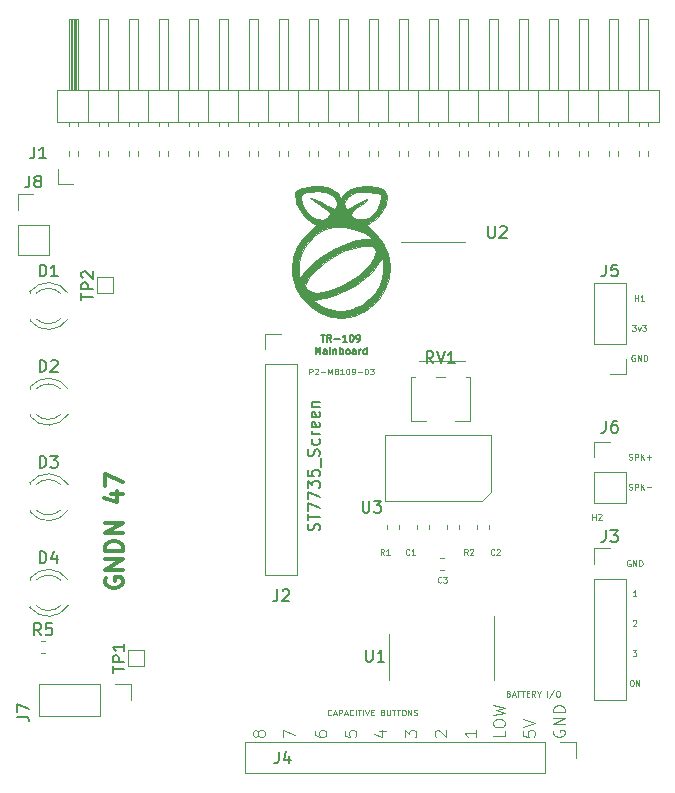
<source format=gbr>
G04 #@! TF.GenerationSoftware,KiCad,Pcbnew,(5.1.10-1-10_14)*
G04 #@! TF.CreationDate,2021-06-08T23:18:15-04:00*
G04 #@! TF.ProjectId,tr109-mainboard,74723130-392d-46d6-9169-6e626f617264,1*
G04 #@! TF.SameCoordinates,Original*
G04 #@! TF.FileFunction,Legend,Top*
G04 #@! TF.FilePolarity,Positive*
%FSLAX46Y46*%
G04 Gerber Fmt 4.6, Leading zero omitted, Abs format (unit mm)*
G04 Created by KiCad (PCBNEW (5.1.10-1-10_14)) date 2021-06-08 23:18:15*
%MOMM*%
%LPD*%
G01*
G04 APERTURE LIST*
%ADD10C,0.125000*%
%ADD11C,0.150000*%
%ADD12C,0.300000*%
%ADD13C,0.010000*%
%ADD14C,0.120000*%
G04 APERTURE END LIST*
D10*
X139390114Y-95990590D02*
X139390114Y-95490590D01*
X139580590Y-95490590D01*
X139628209Y-95514400D01*
X139652019Y-95538209D01*
X139675828Y-95585828D01*
X139675828Y-95657257D01*
X139652019Y-95704876D01*
X139628209Y-95728685D01*
X139580590Y-95752495D01*
X139390114Y-95752495D01*
X139866305Y-95538209D02*
X139890114Y-95514400D01*
X139937733Y-95490590D01*
X140056781Y-95490590D01*
X140104400Y-95514400D01*
X140128209Y-95538209D01*
X140152019Y-95585828D01*
X140152019Y-95633447D01*
X140128209Y-95704876D01*
X139842495Y-95990590D01*
X140152019Y-95990590D01*
X140366305Y-95800114D02*
X140747257Y-95800114D01*
X140985352Y-95990590D02*
X140985352Y-95490590D01*
X141152019Y-95847733D01*
X141318686Y-95490590D01*
X141318686Y-95990590D01*
X141723447Y-95728685D02*
X141794876Y-95752495D01*
X141818686Y-95776304D01*
X141842495Y-95823923D01*
X141842495Y-95895352D01*
X141818686Y-95942971D01*
X141794876Y-95966780D01*
X141747257Y-95990590D01*
X141556781Y-95990590D01*
X141556781Y-95490590D01*
X141723447Y-95490590D01*
X141771067Y-95514400D01*
X141794876Y-95538209D01*
X141818686Y-95585828D01*
X141818686Y-95633447D01*
X141794876Y-95681066D01*
X141771067Y-95704876D01*
X141723447Y-95728685D01*
X141556781Y-95728685D01*
X142318686Y-95990590D02*
X142032971Y-95990590D01*
X142175828Y-95990590D02*
X142175828Y-95490590D01*
X142128209Y-95562019D01*
X142080590Y-95609638D01*
X142032971Y-95633447D01*
X142628209Y-95490590D02*
X142675828Y-95490590D01*
X142723447Y-95514400D01*
X142747257Y-95538209D01*
X142771067Y-95585828D01*
X142794876Y-95681066D01*
X142794876Y-95800114D01*
X142771067Y-95895352D01*
X142747257Y-95942971D01*
X142723447Y-95966780D01*
X142675828Y-95990590D01*
X142628209Y-95990590D01*
X142580590Y-95966780D01*
X142556781Y-95942971D01*
X142532971Y-95895352D01*
X142509162Y-95800114D01*
X142509162Y-95681066D01*
X142532971Y-95585828D01*
X142556781Y-95538209D01*
X142580590Y-95514400D01*
X142628209Y-95490590D01*
X143032971Y-95990590D02*
X143128209Y-95990590D01*
X143175828Y-95966780D01*
X143199638Y-95942971D01*
X143247257Y-95871542D01*
X143271067Y-95776304D01*
X143271067Y-95585828D01*
X143247257Y-95538209D01*
X143223447Y-95514400D01*
X143175828Y-95490590D01*
X143080590Y-95490590D01*
X143032971Y-95514400D01*
X143009162Y-95538209D01*
X142985352Y-95585828D01*
X142985352Y-95704876D01*
X143009162Y-95752495D01*
X143032971Y-95776304D01*
X143080590Y-95800114D01*
X143175828Y-95800114D01*
X143223447Y-95776304D01*
X143247257Y-95752495D01*
X143271067Y-95704876D01*
X143485352Y-95800114D02*
X143866305Y-95800114D01*
X144199638Y-95490590D02*
X144247257Y-95490590D01*
X144294876Y-95514400D01*
X144318686Y-95538209D01*
X144342495Y-95585828D01*
X144366305Y-95681066D01*
X144366305Y-95800114D01*
X144342495Y-95895352D01*
X144318686Y-95942971D01*
X144294876Y-95966780D01*
X144247257Y-95990590D01*
X144199638Y-95990590D01*
X144152019Y-95966780D01*
X144128209Y-95942971D01*
X144104400Y-95895352D01*
X144080590Y-95800114D01*
X144080590Y-95681066D01*
X144104400Y-95585828D01*
X144128209Y-95538209D01*
X144152019Y-95514400D01*
X144199638Y-95490590D01*
X144532971Y-95490590D02*
X144842495Y-95490590D01*
X144675828Y-95681066D01*
X144747257Y-95681066D01*
X144794876Y-95704876D01*
X144818686Y-95728685D01*
X144842495Y-95776304D01*
X144842495Y-95895352D01*
X144818686Y-95942971D01*
X144794876Y-95966780D01*
X144747257Y-95990590D01*
X144604400Y-95990590D01*
X144556781Y-95966780D01*
X144532971Y-95942971D01*
X135070302Y-126482257D02*
X135022683Y-126577495D01*
X134975064Y-126625114D01*
X134879826Y-126672733D01*
X134832207Y-126672733D01*
X134736969Y-126625114D01*
X134689350Y-126577495D01*
X134641730Y-126482257D01*
X134641730Y-126291780D01*
X134689350Y-126196542D01*
X134736969Y-126148923D01*
X134832207Y-126101304D01*
X134879826Y-126101304D01*
X134975064Y-126148923D01*
X135022683Y-126196542D01*
X135070302Y-126291780D01*
X135070302Y-126482257D01*
X135117921Y-126577495D01*
X135165540Y-126625114D01*
X135260778Y-126672733D01*
X135451254Y-126672733D01*
X135546492Y-126625114D01*
X135594111Y-126577495D01*
X135641730Y-126482257D01*
X135641730Y-126291780D01*
X135594111Y-126196542D01*
X135546492Y-126148923D01*
X135451254Y-126101304D01*
X135260778Y-126101304D01*
X135165540Y-126148923D01*
X135117921Y-126196542D01*
X135070302Y-126291780D01*
X137181730Y-126720352D02*
X137181730Y-126053685D01*
X138181730Y-126482257D01*
X160089350Y-126101304D02*
X160041730Y-126196542D01*
X160041730Y-126339400D01*
X160089350Y-126482257D01*
X160184588Y-126577495D01*
X160279826Y-126625114D01*
X160470302Y-126672733D01*
X160613159Y-126672733D01*
X160803635Y-126625114D01*
X160898873Y-126577495D01*
X160994111Y-126482257D01*
X161041730Y-126339400D01*
X161041730Y-126244161D01*
X160994111Y-126101304D01*
X160946492Y-126053685D01*
X160613159Y-126053685D01*
X160613159Y-126244161D01*
X161041730Y-125625114D02*
X160041730Y-125625114D01*
X161041730Y-125053685D01*
X160041730Y-125053685D01*
X161041730Y-124577495D02*
X160041730Y-124577495D01*
X160041730Y-124339400D01*
X160089350Y-124196542D01*
X160184588Y-124101304D01*
X160279826Y-124053685D01*
X160470302Y-124006066D01*
X160613159Y-124006066D01*
X160803635Y-124053685D01*
X160898873Y-124101304D01*
X160994111Y-124196542D01*
X161041730Y-124339400D01*
X161041730Y-124577495D01*
D11*
X140385650Y-92610828D02*
X140728507Y-92610828D01*
X140557078Y-93210828D02*
X140557078Y-92610828D01*
X141271364Y-93210828D02*
X141071364Y-92925114D01*
X140928507Y-93210828D02*
X140928507Y-92610828D01*
X141157078Y-92610828D01*
X141214221Y-92639400D01*
X141242792Y-92667971D01*
X141271364Y-92725114D01*
X141271364Y-92810828D01*
X141242792Y-92867971D01*
X141214221Y-92896542D01*
X141157078Y-92925114D01*
X140928507Y-92925114D01*
X141528507Y-92982257D02*
X141985650Y-92982257D01*
X142585650Y-93210828D02*
X142242792Y-93210828D01*
X142414221Y-93210828D02*
X142414221Y-92610828D01*
X142357078Y-92696542D01*
X142299935Y-92753685D01*
X142242792Y-92782257D01*
X142957078Y-92610828D02*
X143014221Y-92610828D01*
X143071364Y-92639400D01*
X143099935Y-92667971D01*
X143128507Y-92725114D01*
X143157078Y-92839400D01*
X143157078Y-92982257D01*
X143128507Y-93096542D01*
X143099935Y-93153685D01*
X143071364Y-93182257D01*
X143014221Y-93210828D01*
X142957078Y-93210828D01*
X142899935Y-93182257D01*
X142871364Y-93153685D01*
X142842792Y-93096542D01*
X142814221Y-92982257D01*
X142814221Y-92839400D01*
X142842792Y-92725114D01*
X142871364Y-92667971D01*
X142899935Y-92639400D01*
X142957078Y-92610828D01*
X143442792Y-93210828D02*
X143557078Y-93210828D01*
X143614221Y-93182257D01*
X143642792Y-93153685D01*
X143699935Y-93067971D01*
X143728507Y-92953685D01*
X143728507Y-92725114D01*
X143699935Y-92667971D01*
X143671364Y-92639400D01*
X143614221Y-92610828D01*
X143499935Y-92610828D01*
X143442792Y-92639400D01*
X143414221Y-92667971D01*
X143385650Y-92725114D01*
X143385650Y-92867971D01*
X143414221Y-92925114D01*
X143442792Y-92953685D01*
X143499935Y-92982257D01*
X143614221Y-92982257D01*
X143671364Y-92953685D01*
X143699935Y-92925114D01*
X143728507Y-92867971D01*
X139928507Y-94260828D02*
X139928507Y-93660828D01*
X140128507Y-94089400D01*
X140328507Y-93660828D01*
X140328507Y-94260828D01*
X140871364Y-94260828D02*
X140871364Y-93946542D01*
X140842792Y-93889400D01*
X140785650Y-93860828D01*
X140671364Y-93860828D01*
X140614221Y-93889400D01*
X140871364Y-94232257D02*
X140814221Y-94260828D01*
X140671364Y-94260828D01*
X140614221Y-94232257D01*
X140585650Y-94175114D01*
X140585650Y-94117971D01*
X140614221Y-94060828D01*
X140671364Y-94032257D01*
X140814221Y-94032257D01*
X140871364Y-94003685D01*
X141157078Y-94260828D02*
X141157078Y-93860828D01*
X141157078Y-93660828D02*
X141128507Y-93689400D01*
X141157078Y-93717971D01*
X141185650Y-93689400D01*
X141157078Y-93660828D01*
X141157078Y-93717971D01*
X141442792Y-93860828D02*
X141442792Y-94260828D01*
X141442792Y-93917971D02*
X141471364Y-93889400D01*
X141528507Y-93860828D01*
X141614221Y-93860828D01*
X141671364Y-93889400D01*
X141699935Y-93946542D01*
X141699935Y-94260828D01*
X141985650Y-94260828D02*
X141985650Y-93660828D01*
X141985650Y-93889400D02*
X142042792Y-93860828D01*
X142157078Y-93860828D01*
X142214221Y-93889400D01*
X142242792Y-93917971D01*
X142271364Y-93975114D01*
X142271364Y-94146542D01*
X142242792Y-94203685D01*
X142214221Y-94232257D01*
X142157078Y-94260828D01*
X142042792Y-94260828D01*
X141985650Y-94232257D01*
X142614221Y-94260828D02*
X142557078Y-94232257D01*
X142528507Y-94203685D01*
X142499935Y-94146542D01*
X142499935Y-93975114D01*
X142528507Y-93917971D01*
X142557078Y-93889400D01*
X142614221Y-93860828D01*
X142699935Y-93860828D01*
X142757078Y-93889400D01*
X142785650Y-93917971D01*
X142814221Y-93975114D01*
X142814221Y-94146542D01*
X142785650Y-94203685D01*
X142757078Y-94232257D01*
X142699935Y-94260828D01*
X142614221Y-94260828D01*
X143328507Y-94260828D02*
X143328507Y-93946542D01*
X143299935Y-93889400D01*
X143242792Y-93860828D01*
X143128507Y-93860828D01*
X143071364Y-93889400D01*
X143328507Y-94232257D02*
X143271364Y-94260828D01*
X143128507Y-94260828D01*
X143071364Y-94232257D01*
X143042792Y-94175114D01*
X143042792Y-94117971D01*
X143071364Y-94060828D01*
X143128507Y-94032257D01*
X143271364Y-94032257D01*
X143328507Y-94003685D01*
X143614221Y-94260828D02*
X143614221Y-93860828D01*
X143614221Y-93975114D02*
X143642792Y-93917971D01*
X143671364Y-93889400D01*
X143728507Y-93860828D01*
X143785650Y-93860828D01*
X144242792Y-94260828D02*
X144242792Y-93660828D01*
X144242792Y-94232257D02*
X144185650Y-94260828D01*
X144071364Y-94260828D01*
X144014221Y-94232257D01*
X143985650Y-94203685D01*
X143957078Y-94146542D01*
X143957078Y-93975114D01*
X143985650Y-93917971D01*
X144014221Y-93889400D01*
X144071364Y-93860828D01*
X144185650Y-93860828D01*
X144242792Y-93889400D01*
D10*
X156267266Y-123003685D02*
X156338695Y-123027495D01*
X156362504Y-123051304D01*
X156386314Y-123098923D01*
X156386314Y-123170352D01*
X156362504Y-123217971D01*
X156338695Y-123241780D01*
X156291076Y-123265590D01*
X156100600Y-123265590D01*
X156100600Y-122765590D01*
X156267266Y-122765590D01*
X156314885Y-122789400D01*
X156338695Y-122813209D01*
X156362504Y-122860828D01*
X156362504Y-122908447D01*
X156338695Y-122956066D01*
X156314885Y-122979876D01*
X156267266Y-123003685D01*
X156100600Y-123003685D01*
X156576790Y-123122733D02*
X156814885Y-123122733D01*
X156529171Y-123265590D02*
X156695838Y-122765590D01*
X156862504Y-123265590D01*
X156957742Y-122765590D02*
X157243457Y-122765590D01*
X157100600Y-123265590D02*
X157100600Y-122765590D01*
X157338695Y-122765590D02*
X157624409Y-122765590D01*
X157481552Y-123265590D02*
X157481552Y-122765590D01*
X157791076Y-123003685D02*
X157957742Y-123003685D01*
X158029171Y-123265590D02*
X157791076Y-123265590D01*
X157791076Y-122765590D01*
X158029171Y-122765590D01*
X158529171Y-123265590D02*
X158362504Y-123027495D01*
X158243457Y-123265590D02*
X158243457Y-122765590D01*
X158433933Y-122765590D01*
X158481552Y-122789400D01*
X158505361Y-122813209D01*
X158529171Y-122860828D01*
X158529171Y-122932257D01*
X158505361Y-122979876D01*
X158481552Y-123003685D01*
X158433933Y-123027495D01*
X158243457Y-123027495D01*
X158838695Y-123027495D02*
X158838695Y-123265590D01*
X158672028Y-122765590D02*
X158838695Y-123027495D01*
X159005361Y-122765590D01*
X159552980Y-123265590D02*
X159552980Y-122765590D01*
X160148219Y-122741780D02*
X159719647Y-123384638D01*
X160410123Y-122765590D02*
X160505361Y-122765590D01*
X160552980Y-122789400D01*
X160600600Y-122837019D01*
X160624409Y-122932257D01*
X160624409Y-123098923D01*
X160600600Y-123194161D01*
X160552980Y-123241780D01*
X160505361Y-123265590D01*
X160410123Y-123265590D01*
X160362504Y-123241780D01*
X160314885Y-123194161D01*
X160291076Y-123098923D01*
X160291076Y-122932257D01*
X160314885Y-122837019D01*
X160362504Y-122789400D01*
X160410123Y-122765590D01*
X141262504Y-124817971D02*
X141238695Y-124841780D01*
X141167266Y-124865590D01*
X141119647Y-124865590D01*
X141048219Y-124841780D01*
X141000600Y-124794161D01*
X140976790Y-124746542D01*
X140952980Y-124651304D01*
X140952980Y-124579876D01*
X140976790Y-124484638D01*
X141000600Y-124437019D01*
X141048219Y-124389400D01*
X141119647Y-124365590D01*
X141167266Y-124365590D01*
X141238695Y-124389400D01*
X141262504Y-124413209D01*
X141452980Y-124722733D02*
X141691076Y-124722733D01*
X141405361Y-124865590D02*
X141572028Y-124365590D01*
X141738695Y-124865590D01*
X141905361Y-124865590D02*
X141905361Y-124365590D01*
X142095838Y-124365590D01*
X142143457Y-124389400D01*
X142167266Y-124413209D01*
X142191076Y-124460828D01*
X142191076Y-124532257D01*
X142167266Y-124579876D01*
X142143457Y-124603685D01*
X142095838Y-124627495D01*
X141905361Y-124627495D01*
X142381552Y-124722733D02*
X142619647Y-124722733D01*
X142333933Y-124865590D02*
X142500600Y-124365590D01*
X142667266Y-124865590D01*
X143119647Y-124817971D02*
X143095838Y-124841780D01*
X143024409Y-124865590D01*
X142976790Y-124865590D01*
X142905361Y-124841780D01*
X142857742Y-124794161D01*
X142833933Y-124746542D01*
X142810123Y-124651304D01*
X142810123Y-124579876D01*
X142833933Y-124484638D01*
X142857742Y-124437019D01*
X142905361Y-124389400D01*
X142976790Y-124365590D01*
X143024409Y-124365590D01*
X143095838Y-124389400D01*
X143119647Y-124413209D01*
X143333933Y-124865590D02*
X143333933Y-124365590D01*
X143500600Y-124365590D02*
X143786314Y-124365590D01*
X143643457Y-124865590D02*
X143643457Y-124365590D01*
X143952980Y-124865590D02*
X143952980Y-124365590D01*
X144119647Y-124365590D02*
X144286314Y-124865590D01*
X144452980Y-124365590D01*
X144619647Y-124603685D02*
X144786314Y-124603685D01*
X144857742Y-124865590D02*
X144619647Y-124865590D01*
X144619647Y-124365590D01*
X144857742Y-124365590D01*
X145619647Y-124603685D02*
X145691076Y-124627495D01*
X145714885Y-124651304D01*
X145738695Y-124698923D01*
X145738695Y-124770352D01*
X145714885Y-124817971D01*
X145691076Y-124841780D01*
X145643457Y-124865590D01*
X145452980Y-124865590D01*
X145452980Y-124365590D01*
X145619647Y-124365590D01*
X145667266Y-124389400D01*
X145691076Y-124413209D01*
X145714885Y-124460828D01*
X145714885Y-124508447D01*
X145691076Y-124556066D01*
X145667266Y-124579876D01*
X145619647Y-124603685D01*
X145452980Y-124603685D01*
X145952980Y-124365590D02*
X145952980Y-124770352D01*
X145976790Y-124817971D01*
X146000600Y-124841780D01*
X146048219Y-124865590D01*
X146143457Y-124865590D01*
X146191076Y-124841780D01*
X146214885Y-124817971D01*
X146238695Y-124770352D01*
X146238695Y-124365590D01*
X146405361Y-124365590D02*
X146691076Y-124365590D01*
X146548219Y-124865590D02*
X146548219Y-124365590D01*
X146786314Y-124365590D02*
X147072028Y-124365590D01*
X146929171Y-124865590D02*
X146929171Y-124365590D01*
X147333933Y-124365590D02*
X147429171Y-124365590D01*
X147476790Y-124389400D01*
X147524409Y-124437019D01*
X147548219Y-124532257D01*
X147548219Y-124698923D01*
X147524409Y-124794161D01*
X147476790Y-124841780D01*
X147429171Y-124865590D01*
X147333933Y-124865590D01*
X147286314Y-124841780D01*
X147238695Y-124794161D01*
X147214885Y-124698923D01*
X147214885Y-124532257D01*
X147238695Y-124437019D01*
X147286314Y-124389400D01*
X147333933Y-124365590D01*
X147762504Y-124865590D02*
X147762504Y-124365590D01*
X148048219Y-124865590D01*
X148048219Y-124365590D01*
X148262504Y-124841780D02*
X148333933Y-124865590D01*
X148452980Y-124865590D01*
X148500600Y-124841780D01*
X148524409Y-124817971D01*
X148548219Y-124770352D01*
X148548219Y-124722733D01*
X148524409Y-124675114D01*
X148500600Y-124651304D01*
X148452980Y-124627495D01*
X148357742Y-124603685D01*
X148310123Y-124579876D01*
X148286314Y-124556066D01*
X148262504Y-124508447D01*
X148262504Y-124460828D01*
X148286314Y-124413209D01*
X148310123Y-124389400D01*
X148357742Y-124365590D01*
X148476790Y-124365590D01*
X148548219Y-124389400D01*
X166736612Y-91805740D02*
X167046136Y-91805740D01*
X166879469Y-91996216D01*
X166950897Y-91996216D01*
X166998517Y-92020026D01*
X167022326Y-92043835D01*
X167046136Y-92091454D01*
X167046136Y-92210502D01*
X167022326Y-92258121D01*
X166998517Y-92281930D01*
X166950897Y-92305740D01*
X166808040Y-92305740D01*
X166760421Y-92281930D01*
X166736612Y-92258121D01*
X167212802Y-91972407D02*
X167331850Y-92305740D01*
X167450897Y-91972407D01*
X167593755Y-91805740D02*
X167903278Y-91805740D01*
X167736612Y-91996216D01*
X167808040Y-91996216D01*
X167855659Y-92020026D01*
X167879469Y-92043835D01*
X167903278Y-92091454D01*
X167903278Y-92210502D01*
X167879469Y-92258121D01*
X167855659Y-92281930D01*
X167808040Y-92305740D01*
X167665183Y-92305740D01*
X167617564Y-92281930D01*
X167593755Y-92258121D01*
X166950897Y-89765740D02*
X166950897Y-89265740D01*
X166950897Y-89503835D02*
X167236611Y-89503835D01*
X167236611Y-89765740D02*
X167236611Y-89265740D01*
X167736611Y-89765740D02*
X167450897Y-89765740D01*
X167593754Y-89765740D02*
X167593754Y-89265740D01*
X167546135Y-89337169D01*
X167498516Y-89384788D01*
X167450897Y-89408597D01*
X166950897Y-94369550D02*
X166903278Y-94345740D01*
X166831850Y-94345740D01*
X166760421Y-94369550D01*
X166712802Y-94417169D01*
X166688993Y-94464788D01*
X166665183Y-94560026D01*
X166665183Y-94631454D01*
X166688993Y-94726692D01*
X166712802Y-94774311D01*
X166760421Y-94821930D01*
X166831850Y-94845740D01*
X166879469Y-94845740D01*
X166950897Y-94821930D01*
X166974707Y-94798121D01*
X166974707Y-94631454D01*
X166879469Y-94631454D01*
X167188993Y-94845740D02*
X167188993Y-94345740D01*
X167474707Y-94845740D01*
X167474707Y-94345740D01*
X167712802Y-94845740D02*
X167712802Y-94345740D01*
X167831850Y-94345740D01*
X167903278Y-94369550D01*
X167950897Y-94417169D01*
X167974707Y-94464788D01*
X167998516Y-94560026D01*
X167998516Y-94631454D01*
X167974707Y-94726692D01*
X167950897Y-94774311D01*
X167903278Y-94821930D01*
X167831850Y-94845740D01*
X167712802Y-94845740D01*
X166456750Y-103178530D02*
X166528178Y-103202340D01*
X166647226Y-103202340D01*
X166694845Y-103178530D01*
X166718654Y-103154721D01*
X166742464Y-103107102D01*
X166742464Y-103059483D01*
X166718654Y-103011864D01*
X166694845Y-102988054D01*
X166647226Y-102964245D01*
X166551988Y-102940435D01*
X166504369Y-102916626D01*
X166480559Y-102892816D01*
X166456750Y-102845197D01*
X166456750Y-102797578D01*
X166480559Y-102749959D01*
X166504369Y-102726150D01*
X166551988Y-102702340D01*
X166671035Y-102702340D01*
X166742464Y-102726150D01*
X166956750Y-103202340D02*
X166956750Y-102702340D01*
X167147226Y-102702340D01*
X167194845Y-102726150D01*
X167218654Y-102749959D01*
X167242464Y-102797578D01*
X167242464Y-102869007D01*
X167218654Y-102916626D01*
X167194845Y-102940435D01*
X167147226Y-102964245D01*
X166956750Y-102964245D01*
X167456750Y-103202340D02*
X167456750Y-102702340D01*
X167742464Y-103202340D02*
X167528178Y-102916626D01*
X167742464Y-102702340D02*
X167456750Y-102988054D01*
X167956750Y-103011864D02*
X168337702Y-103011864D01*
X168147226Y-103202340D02*
X168147226Y-102821388D01*
X163375797Y-108282340D02*
X163375797Y-107782340D01*
X163375797Y-108020435D02*
X163661511Y-108020435D01*
X163661511Y-108282340D02*
X163661511Y-107782340D01*
X163875797Y-107829959D02*
X163899607Y-107806150D01*
X163947226Y-107782340D01*
X164066273Y-107782340D01*
X164113892Y-107806150D01*
X164137702Y-107829959D01*
X164161511Y-107877578D01*
X164161511Y-107925197D01*
X164137702Y-107996626D01*
X163851988Y-108282340D01*
X164161511Y-108282340D01*
X166456750Y-105718530D02*
X166528178Y-105742340D01*
X166647226Y-105742340D01*
X166694845Y-105718530D01*
X166718654Y-105694721D01*
X166742464Y-105647102D01*
X166742464Y-105599483D01*
X166718654Y-105551864D01*
X166694845Y-105528054D01*
X166647226Y-105504245D01*
X166551988Y-105480435D01*
X166504369Y-105456626D01*
X166480559Y-105432816D01*
X166456750Y-105385197D01*
X166456750Y-105337578D01*
X166480559Y-105289959D01*
X166504369Y-105266150D01*
X166551988Y-105242340D01*
X166671035Y-105242340D01*
X166742464Y-105266150D01*
X166956750Y-105742340D02*
X166956750Y-105242340D01*
X167147226Y-105242340D01*
X167194845Y-105266150D01*
X167218654Y-105289959D01*
X167242464Y-105337578D01*
X167242464Y-105409007D01*
X167218654Y-105456626D01*
X167194845Y-105480435D01*
X167147226Y-105504245D01*
X166956750Y-105504245D01*
X167456750Y-105742340D02*
X167456750Y-105242340D01*
X167742464Y-105742340D02*
X167528178Y-105456626D01*
X167742464Y-105242340D02*
X167456750Y-105528054D01*
X167956750Y-105551864D02*
X168337702Y-105551864D01*
X166569647Y-111743150D02*
X166522028Y-111719340D01*
X166450600Y-111719340D01*
X166379171Y-111743150D01*
X166331552Y-111790769D01*
X166307742Y-111838388D01*
X166283933Y-111933626D01*
X166283933Y-112005054D01*
X166307742Y-112100292D01*
X166331552Y-112147911D01*
X166379171Y-112195530D01*
X166450600Y-112219340D01*
X166498219Y-112219340D01*
X166569647Y-112195530D01*
X166593457Y-112171721D01*
X166593457Y-112005054D01*
X166498219Y-112005054D01*
X166807742Y-112219340D02*
X166807742Y-111719340D01*
X167093457Y-112219340D01*
X167093457Y-111719340D01*
X167331552Y-112219340D02*
X167331552Y-111719340D01*
X167450600Y-111719340D01*
X167522028Y-111743150D01*
X167569647Y-111790769D01*
X167593457Y-111838388D01*
X167617266Y-111933626D01*
X167617266Y-112005054D01*
X167593457Y-112100292D01*
X167569647Y-112147911D01*
X167522028Y-112195530D01*
X167450600Y-112219340D01*
X167331552Y-112219340D01*
X166783933Y-119339340D02*
X167093457Y-119339340D01*
X166926790Y-119529816D01*
X166998219Y-119529816D01*
X167045838Y-119553626D01*
X167069647Y-119577435D01*
X167093457Y-119625054D01*
X167093457Y-119744102D01*
X167069647Y-119791721D01*
X167045838Y-119815530D01*
X166998219Y-119839340D01*
X166855361Y-119839340D01*
X166807742Y-119815530D01*
X166783933Y-119791721D01*
X166807742Y-116846959D02*
X166831552Y-116823150D01*
X166879171Y-116799340D01*
X166998219Y-116799340D01*
X167045838Y-116823150D01*
X167069647Y-116846959D01*
X167093457Y-116894578D01*
X167093457Y-116942197D01*
X167069647Y-117013626D01*
X166783933Y-117299340D01*
X167093457Y-117299340D01*
X167093457Y-114759340D02*
X166807742Y-114759340D01*
X166950600Y-114759340D02*
X166950600Y-114259340D01*
X166902980Y-114330769D01*
X166855361Y-114378388D01*
X166807742Y-114402197D01*
X166641076Y-121879340D02*
X166736314Y-121879340D01*
X166783933Y-121903150D01*
X166831552Y-121950769D01*
X166855361Y-122046007D01*
X166855361Y-122212673D01*
X166831552Y-122307911D01*
X166783933Y-122355530D01*
X166736314Y-122379340D01*
X166641076Y-122379340D01*
X166593457Y-122355530D01*
X166545838Y-122307911D01*
X166522028Y-122212673D01*
X166522028Y-122046007D01*
X166545838Y-121950769D01*
X166593457Y-121903150D01*
X166641076Y-121879340D01*
X167069647Y-122379340D02*
X167069647Y-121879340D01*
X167355361Y-122379340D01*
X167355361Y-121879340D01*
D12*
X122173300Y-113224771D02*
X122101871Y-113367628D01*
X122101871Y-113581914D01*
X122173300Y-113796200D01*
X122316157Y-113939057D01*
X122459014Y-114010485D01*
X122744728Y-114081914D01*
X122959014Y-114081914D01*
X123244728Y-114010485D01*
X123387585Y-113939057D01*
X123530442Y-113796200D01*
X123601871Y-113581914D01*
X123601871Y-113439057D01*
X123530442Y-113224771D01*
X123459014Y-113153342D01*
X122959014Y-113153342D01*
X122959014Y-113439057D01*
X123601871Y-112510485D02*
X122101871Y-112510485D01*
X123601871Y-111653342D01*
X122101871Y-111653342D01*
X123601871Y-110939057D02*
X122101871Y-110939057D01*
X122101871Y-110581914D01*
X122173300Y-110367628D01*
X122316157Y-110224771D01*
X122459014Y-110153342D01*
X122744728Y-110081914D01*
X122959014Y-110081914D01*
X123244728Y-110153342D01*
X123387585Y-110224771D01*
X123530442Y-110367628D01*
X123601871Y-110581914D01*
X123601871Y-110939057D01*
X123601871Y-109439057D02*
X122101871Y-109439057D01*
X123601871Y-108581914D01*
X122101871Y-108581914D01*
X122601871Y-106081914D02*
X123601871Y-106081914D01*
X122030442Y-106439057D02*
X123101871Y-106796200D01*
X123101871Y-105867628D01*
X122101871Y-105439057D02*
X122101871Y-104439057D01*
X123601871Y-105081914D01*
D10*
X139844230Y-126196542D02*
X139844230Y-126387019D01*
X139891850Y-126482257D01*
X139939469Y-126529876D01*
X140082326Y-126625114D01*
X140272802Y-126672733D01*
X140653754Y-126672733D01*
X140748992Y-126625114D01*
X140796611Y-126577495D01*
X140844230Y-126482257D01*
X140844230Y-126291780D01*
X140796611Y-126196542D01*
X140748992Y-126148923D01*
X140653754Y-126101304D01*
X140415659Y-126101304D01*
X140320421Y-126148923D01*
X140272802Y-126196542D01*
X140225183Y-126291780D01*
X140225183Y-126482257D01*
X140272802Y-126577495D01*
X140320421Y-126625114D01*
X140415659Y-126672733D01*
X142384230Y-126148923D02*
X142384230Y-126625114D01*
X142860421Y-126672733D01*
X142812802Y-126625114D01*
X142765183Y-126529876D01*
X142765183Y-126291780D01*
X142812802Y-126196542D01*
X142860421Y-126148923D01*
X142955659Y-126101304D01*
X143193754Y-126101304D01*
X143288992Y-126148923D01*
X143336611Y-126196542D01*
X143384230Y-126291780D01*
X143384230Y-126529876D01*
X143336611Y-126625114D01*
X143288992Y-126672733D01*
X145257564Y-126196542D02*
X145924230Y-126196542D01*
X144876611Y-126434638D02*
X145590897Y-126672733D01*
X145590897Y-126053685D01*
X147464230Y-126720352D02*
X147464230Y-126101304D01*
X147845183Y-126434638D01*
X147845183Y-126291780D01*
X147892802Y-126196542D01*
X147940421Y-126148923D01*
X148035659Y-126101304D01*
X148273754Y-126101304D01*
X148368992Y-126148923D01*
X148416611Y-126196542D01*
X148464230Y-126291780D01*
X148464230Y-126577495D01*
X148416611Y-126672733D01*
X148368992Y-126720352D01*
X150099469Y-126672733D02*
X150051850Y-126625114D01*
X150004230Y-126529876D01*
X150004230Y-126291780D01*
X150051850Y-126196542D01*
X150099469Y-126148923D01*
X150194707Y-126101304D01*
X150289945Y-126101304D01*
X150432802Y-126148923D01*
X151004230Y-126720352D01*
X151004230Y-126101304D01*
X153544230Y-126101304D02*
X153544230Y-126672733D01*
X153544230Y-126387019D02*
X152544230Y-126387019D01*
X152687088Y-126482257D01*
X152782326Y-126577495D01*
X152829945Y-126672733D01*
X155961730Y-126148923D02*
X155961730Y-126625113D01*
X154961730Y-126625113D01*
X154961730Y-125625113D02*
X154961730Y-125434637D01*
X155009350Y-125339399D01*
X155104588Y-125244161D01*
X155295064Y-125196542D01*
X155628397Y-125196542D01*
X155818873Y-125244161D01*
X155914111Y-125339399D01*
X155961730Y-125434637D01*
X155961730Y-125625113D01*
X155914111Y-125720351D01*
X155818873Y-125815589D01*
X155628397Y-125863209D01*
X155295064Y-125863209D01*
X155104588Y-125815589D01*
X155009350Y-125720351D01*
X154961730Y-125625113D01*
X154961730Y-124863209D02*
X155961730Y-124625113D01*
X155247445Y-124434637D01*
X155961730Y-124244161D01*
X154961730Y-124006066D01*
X157501730Y-126148923D02*
X157501730Y-126625113D01*
X157977921Y-126672732D01*
X157930302Y-126625113D01*
X157882683Y-126529875D01*
X157882683Y-126291780D01*
X157930302Y-126196542D01*
X157977921Y-126148923D01*
X158073159Y-126101304D01*
X158311254Y-126101304D01*
X158406492Y-126148923D01*
X158454111Y-126196542D01*
X158501730Y-126291780D01*
X158501730Y-126529875D01*
X158454111Y-126625113D01*
X158406492Y-126672732D01*
X157501730Y-125815589D02*
X158501730Y-125482256D01*
X157501730Y-125148923D01*
D13*
G36*
X144407089Y-80032196D02*
G01*
X145156476Y-80139599D01*
X145654829Y-80320059D01*
X145922947Y-80598331D01*
X145981624Y-80999172D01*
X145851658Y-81547336D01*
X145799835Y-81690110D01*
X145481550Y-82334758D01*
X145043943Y-82819267D01*
X144658692Y-83098042D01*
X144273849Y-83344301D01*
X144970290Y-84044403D01*
X145639624Y-84894949D01*
X146061892Y-85827373D01*
X146237004Y-86803861D01*
X146164865Y-87786596D01*
X145845383Y-88737764D01*
X145278465Y-89619550D01*
X144984743Y-89942021D01*
X144132034Y-90620031D01*
X143201728Y-91039820D01*
X142218678Y-91196902D01*
X141207738Y-91086792D01*
X140344484Y-90779490D01*
X139424578Y-90204259D01*
X138943350Y-89701855D01*
X139774739Y-89701855D01*
X139827801Y-89810211D01*
X140066984Y-89981934D01*
X140422494Y-90176797D01*
X140824538Y-90354574D01*
X141037381Y-90429608D01*
X141711065Y-90582634D01*
X142354441Y-90583501D01*
X143089433Y-90430641D01*
X143189403Y-90401945D01*
X143845228Y-90101130D01*
X144483995Y-89621824D01*
X145030994Y-89035695D01*
X145411513Y-88414409D01*
X145495074Y-88190232D01*
X145582371Y-87788188D01*
X145639050Y-87314833D01*
X145662551Y-86846997D01*
X145650313Y-86461512D01*
X145599777Y-86235206D01*
X145561198Y-86205680D01*
X145436478Y-86315429D01*
X145242434Y-86591105D01*
X145151672Y-86742692D01*
X144728883Y-87286691D01*
X144099278Y-87848064D01*
X143326328Y-88387891D01*
X142473504Y-88867251D01*
X141604276Y-89247226D01*
X140782115Y-89488896D01*
X140626227Y-89517647D01*
X140189310Y-89595954D01*
X139877743Y-89665301D01*
X139774739Y-89701855D01*
X138943350Y-89701855D01*
X138710143Y-89458387D01*
X138218143Y-88568244D01*
X138190753Y-88458939D01*
X139066232Y-88458939D01*
X139103981Y-88653829D01*
X139305031Y-88847347D01*
X139633596Y-89032347D01*
X140041615Y-89089082D01*
X140585043Y-89017128D01*
X141267309Y-88832395D01*
X142062841Y-88524538D01*
X142827167Y-88116149D01*
X143527417Y-87638117D01*
X144130723Y-87121330D01*
X144604214Y-86596676D01*
X144915022Y-86095041D01*
X145030277Y-85647315D01*
X144964663Y-85357951D01*
X144848465Y-85200756D01*
X144666549Y-85122304D01*
X144344276Y-85105668D01*
X143938675Y-85125273D01*
X143143028Y-85268162D01*
X142285082Y-85577178D01*
X141423542Y-86015144D01*
X140617113Y-86544885D01*
X139924500Y-87129224D01*
X139404407Y-87730986D01*
X139174626Y-88142201D01*
X139066232Y-88458939D01*
X138190753Y-88458939D01*
X137965540Y-87560198D01*
X137934477Y-87035927D01*
X138496415Y-87035927D01*
X138503935Y-87503560D01*
X138543078Y-87671503D01*
X138624842Y-87801352D01*
X138735283Y-87731682D01*
X138886817Y-87502858D01*
X139128337Y-87186784D01*
X139493682Y-86795707D01*
X139800807Y-86506969D01*
X140614649Y-85885289D01*
X141525984Y-85347256D01*
X142465309Y-84924176D01*
X143363116Y-84647354D01*
X144149900Y-84548095D01*
X144150044Y-84548095D01*
X144501536Y-84522158D01*
X144614566Y-84436853D01*
X144483560Y-84280942D01*
X144102942Y-84043184D01*
X143825885Y-83894574D01*
X143115716Y-83635282D01*
X142299954Y-83509481D01*
X141479118Y-83520988D01*
X140753728Y-83673621D01*
X140524480Y-83769187D01*
X139805519Y-84259037D01*
X139184333Y-84934722D01*
X138876625Y-85428482D01*
X138697958Y-85896187D01*
X138566156Y-86466069D01*
X138496415Y-87035927D01*
X137934477Y-87035927D01*
X137934296Y-87032878D01*
X138025681Y-86073599D01*
X138319109Y-85242695D01*
X138843488Y-84472116D01*
X139173387Y-84115992D01*
X139949785Y-83338780D01*
X139500365Y-83096751D01*
X138996872Y-82692153D01*
X138578452Y-82109006D01*
X138305730Y-81443764D01*
X138241244Y-81093544D01*
X138230055Y-80887591D01*
X138676969Y-80887591D01*
X138700356Y-81135727D01*
X138893839Y-81732727D01*
X139220190Y-82237462D01*
X139632856Y-82619739D01*
X140085284Y-82849363D01*
X140530919Y-82896140D01*
X140923209Y-82729877D01*
X141018672Y-82639356D01*
X141160344Y-82445179D01*
X141119297Y-82287730D01*
X140936535Y-82104860D01*
X140630549Y-81857525D01*
X140219394Y-81561693D01*
X140039459Y-81441451D01*
X139705504Y-81216691D01*
X139493010Y-81058666D01*
X139452774Y-81016686D01*
X139560766Y-81023098D01*
X139835785Y-81130381D01*
X140204392Y-81303759D01*
X140593151Y-81508451D01*
X140928624Y-81709679D01*
X140958904Y-81729963D01*
X141282621Y-81928576D01*
X141479327Y-81970083D01*
X141636195Y-81871592D01*
X141643532Y-81864325D01*
X141764425Y-81673283D01*
X141738576Y-81470036D01*
X142353801Y-81470036D01*
X142401885Y-81814031D01*
X142559864Y-81949743D01*
X142859842Y-81884191D01*
X143261888Y-81668557D01*
X143748471Y-81391737D01*
X144097048Y-81226010D01*
X144284373Y-81173103D01*
X144287201Y-81234742D01*
X144082288Y-81412654D01*
X143766632Y-81631066D01*
X143349033Y-81929742D01*
X143042640Y-82197598D01*
X142906088Y-82382474D01*
X142903861Y-82398552D01*
X143021693Y-82645570D01*
X143324630Y-82797181D01*
X143736834Y-82848154D01*
X144182466Y-82793264D01*
X144585689Y-82627280D01*
X144723273Y-82523978D01*
X145095938Y-82068337D01*
X145366941Y-81516258D01*
X145466120Y-81069077D01*
X145432755Y-80792551D01*
X145239867Y-80647082D01*
X145058066Y-80595040D01*
X144397907Y-80516921D01*
X143578218Y-80541854D01*
X143339941Y-80566728D01*
X142981002Y-80700735D01*
X142638644Y-80966042D01*
X142404518Y-81278694D01*
X142353801Y-81470036D01*
X141738576Y-81470036D01*
X141732143Y-81419457D01*
X141669337Y-81254045D01*
X141466919Y-80914243D01*
X141158920Y-80692077D01*
X140687482Y-80560034D01*
X140073969Y-80495405D01*
X139582477Y-80506995D01*
X139117115Y-80582250D01*
X139075157Y-80594036D01*
X138774353Y-80714671D01*
X138676969Y-80887591D01*
X138230055Y-80887591D01*
X138219730Y-80697556D01*
X138279463Y-80478480D01*
X138458018Y-80340619D01*
X138555161Y-80294015D01*
X138905325Y-80183210D01*
X139396822Y-80084179D01*
X139719170Y-80040913D01*
X140332928Y-80042802D01*
X140928984Y-80156976D01*
X141437022Y-80358328D01*
X141786724Y-80621745D01*
X141896954Y-80818608D01*
X142020869Y-81063030D01*
X142169211Y-81039638D01*
X142287050Y-80807104D01*
X142513869Y-80505632D01*
X142944297Y-80256797D01*
X143507140Y-80086621D01*
X144131208Y-80021125D01*
X144407089Y-80032196D01*
G37*
X144407089Y-80032196D02*
X145156476Y-80139599D01*
X145654829Y-80320059D01*
X145922947Y-80598331D01*
X145981624Y-80999172D01*
X145851658Y-81547336D01*
X145799835Y-81690110D01*
X145481550Y-82334758D01*
X145043943Y-82819267D01*
X144658692Y-83098042D01*
X144273849Y-83344301D01*
X144970290Y-84044403D01*
X145639624Y-84894949D01*
X146061892Y-85827373D01*
X146237004Y-86803861D01*
X146164865Y-87786596D01*
X145845383Y-88737764D01*
X145278465Y-89619550D01*
X144984743Y-89942021D01*
X144132034Y-90620031D01*
X143201728Y-91039820D01*
X142218678Y-91196902D01*
X141207738Y-91086792D01*
X140344484Y-90779490D01*
X139424578Y-90204259D01*
X138943350Y-89701855D01*
X139774739Y-89701855D01*
X139827801Y-89810211D01*
X140066984Y-89981934D01*
X140422494Y-90176797D01*
X140824538Y-90354574D01*
X141037381Y-90429608D01*
X141711065Y-90582634D01*
X142354441Y-90583501D01*
X143089433Y-90430641D01*
X143189403Y-90401945D01*
X143845228Y-90101130D01*
X144483995Y-89621824D01*
X145030994Y-89035695D01*
X145411513Y-88414409D01*
X145495074Y-88190232D01*
X145582371Y-87788188D01*
X145639050Y-87314833D01*
X145662551Y-86846997D01*
X145650313Y-86461512D01*
X145599777Y-86235206D01*
X145561198Y-86205680D01*
X145436478Y-86315429D01*
X145242434Y-86591105D01*
X145151672Y-86742692D01*
X144728883Y-87286691D01*
X144099278Y-87848064D01*
X143326328Y-88387891D01*
X142473504Y-88867251D01*
X141604276Y-89247226D01*
X140782115Y-89488896D01*
X140626227Y-89517647D01*
X140189310Y-89595954D01*
X139877743Y-89665301D01*
X139774739Y-89701855D01*
X138943350Y-89701855D01*
X138710143Y-89458387D01*
X138218143Y-88568244D01*
X138190753Y-88458939D01*
X139066232Y-88458939D01*
X139103981Y-88653829D01*
X139305031Y-88847347D01*
X139633596Y-89032347D01*
X140041615Y-89089082D01*
X140585043Y-89017128D01*
X141267309Y-88832395D01*
X142062841Y-88524538D01*
X142827167Y-88116149D01*
X143527417Y-87638117D01*
X144130723Y-87121330D01*
X144604214Y-86596676D01*
X144915022Y-86095041D01*
X145030277Y-85647315D01*
X144964663Y-85357951D01*
X144848465Y-85200756D01*
X144666549Y-85122304D01*
X144344276Y-85105668D01*
X143938675Y-85125273D01*
X143143028Y-85268162D01*
X142285082Y-85577178D01*
X141423542Y-86015144D01*
X140617113Y-86544885D01*
X139924500Y-87129224D01*
X139404407Y-87730986D01*
X139174626Y-88142201D01*
X139066232Y-88458939D01*
X138190753Y-88458939D01*
X137965540Y-87560198D01*
X137934477Y-87035927D01*
X138496415Y-87035927D01*
X138503935Y-87503560D01*
X138543078Y-87671503D01*
X138624842Y-87801352D01*
X138735283Y-87731682D01*
X138886817Y-87502858D01*
X139128337Y-87186784D01*
X139493682Y-86795707D01*
X139800807Y-86506969D01*
X140614649Y-85885289D01*
X141525984Y-85347256D01*
X142465309Y-84924176D01*
X143363116Y-84647354D01*
X144149900Y-84548095D01*
X144150044Y-84548095D01*
X144501536Y-84522158D01*
X144614566Y-84436853D01*
X144483560Y-84280942D01*
X144102942Y-84043184D01*
X143825885Y-83894574D01*
X143115716Y-83635282D01*
X142299954Y-83509481D01*
X141479118Y-83520988D01*
X140753728Y-83673621D01*
X140524480Y-83769187D01*
X139805519Y-84259037D01*
X139184333Y-84934722D01*
X138876625Y-85428482D01*
X138697958Y-85896187D01*
X138566156Y-86466069D01*
X138496415Y-87035927D01*
X137934477Y-87035927D01*
X137934296Y-87032878D01*
X138025681Y-86073599D01*
X138319109Y-85242695D01*
X138843488Y-84472116D01*
X139173387Y-84115992D01*
X139949785Y-83338780D01*
X139500365Y-83096751D01*
X138996872Y-82692153D01*
X138578452Y-82109006D01*
X138305730Y-81443764D01*
X138241244Y-81093544D01*
X138230055Y-80887591D01*
X138676969Y-80887591D01*
X138700356Y-81135727D01*
X138893839Y-81732727D01*
X139220190Y-82237462D01*
X139632856Y-82619739D01*
X140085284Y-82849363D01*
X140530919Y-82896140D01*
X140923209Y-82729877D01*
X141018672Y-82639356D01*
X141160344Y-82445179D01*
X141119297Y-82287730D01*
X140936535Y-82104860D01*
X140630549Y-81857525D01*
X140219394Y-81561693D01*
X140039459Y-81441451D01*
X139705504Y-81216691D01*
X139493010Y-81058666D01*
X139452774Y-81016686D01*
X139560766Y-81023098D01*
X139835785Y-81130381D01*
X140204392Y-81303759D01*
X140593151Y-81508451D01*
X140928624Y-81709679D01*
X140958904Y-81729963D01*
X141282621Y-81928576D01*
X141479327Y-81970083D01*
X141636195Y-81871592D01*
X141643532Y-81864325D01*
X141764425Y-81673283D01*
X141738576Y-81470036D01*
X142353801Y-81470036D01*
X142401885Y-81814031D01*
X142559864Y-81949743D01*
X142859842Y-81884191D01*
X143261888Y-81668557D01*
X143748471Y-81391737D01*
X144097048Y-81226010D01*
X144284373Y-81173103D01*
X144287201Y-81234742D01*
X144082288Y-81412654D01*
X143766632Y-81631066D01*
X143349033Y-81929742D01*
X143042640Y-82197598D01*
X142906088Y-82382474D01*
X142903861Y-82398552D01*
X143021693Y-82645570D01*
X143324630Y-82797181D01*
X143736834Y-82848154D01*
X144182466Y-82793264D01*
X144585689Y-82627280D01*
X144723273Y-82523978D01*
X145095938Y-82068337D01*
X145366941Y-81516258D01*
X145466120Y-81069077D01*
X145432755Y-80792551D01*
X145239867Y-80647082D01*
X145058066Y-80595040D01*
X144397907Y-80516921D01*
X143578218Y-80541854D01*
X143339941Y-80566728D01*
X142981002Y-80700735D01*
X142638644Y-80966042D01*
X142404518Y-81278694D01*
X142353801Y-81470036D01*
X141738576Y-81470036D01*
X141732143Y-81419457D01*
X141669337Y-81254045D01*
X141466919Y-80914243D01*
X141158920Y-80692077D01*
X140687482Y-80560034D01*
X140073969Y-80495405D01*
X139582477Y-80506995D01*
X139117115Y-80582250D01*
X139075157Y-80594036D01*
X138774353Y-80714671D01*
X138676969Y-80887591D01*
X138230055Y-80887591D01*
X138219730Y-80697556D01*
X138279463Y-80478480D01*
X138458018Y-80340619D01*
X138555161Y-80294015D01*
X138905325Y-80183210D01*
X139396822Y-80084179D01*
X139719170Y-80040913D01*
X140332928Y-80042802D01*
X140928984Y-80156976D01*
X141437022Y-80358328D01*
X141786724Y-80621745D01*
X141896954Y-80818608D01*
X142020869Y-81063030D01*
X142169211Y-81039638D01*
X142287050Y-80807104D01*
X142513869Y-80505632D01*
X142944297Y-80256797D01*
X143507140Y-80086621D01*
X144131208Y-80021125D01*
X144407089Y-80032196D01*
D14*
X114704660Y-85909400D02*
X117364660Y-85909400D01*
X114704660Y-83309400D02*
X114704660Y-85909400D01*
X117364660Y-83309400D02*
X117364660Y-85909400D01*
X114704660Y-83309400D02*
X117364660Y-83309400D01*
X114704660Y-82039400D02*
X114704660Y-80709400D01*
X114704660Y-80709400D02*
X116034660Y-80709400D01*
X133920600Y-127109400D02*
X133920600Y-129769400D01*
X159380600Y-127109400D02*
X133920600Y-127109400D01*
X159380600Y-129769400D02*
X133920600Y-129769400D01*
X159380600Y-127109400D02*
X159380600Y-129769400D01*
X160650600Y-127109400D02*
X161980600Y-127109400D01*
X161980600Y-127109400D02*
X161980600Y-128439400D01*
X163520600Y-123529400D02*
X166180600Y-123529400D01*
X163520600Y-113309400D02*
X163520600Y-123529400D01*
X166180600Y-113309400D02*
X166180600Y-123529400D01*
X163520600Y-113309400D02*
X166180600Y-113309400D01*
X163520600Y-112039400D02*
X163520600Y-110709400D01*
X163520600Y-110709400D02*
X164850600Y-110709400D01*
X150596600Y-94869400D02*
X152546600Y-94869400D01*
X150596600Y-94869400D02*
X148646600Y-94869400D01*
X150596600Y-84749400D02*
X152546600Y-84749400D01*
X150596600Y-84749400D02*
X147146600Y-84749400D01*
X163520600Y-106892400D02*
X166180600Y-106892400D01*
X163520600Y-104292400D02*
X163520600Y-106892400D01*
X166180600Y-104292400D02*
X166180600Y-106892400D01*
X163520600Y-104292400D02*
X166180600Y-104292400D01*
X163520600Y-103022400D02*
X163520600Y-101692400D01*
X163520600Y-101692400D02*
X164850600Y-101692400D01*
X152640600Y-96219400D02*
X153020600Y-96219400D01*
X147980600Y-96219400D02*
X148360600Y-96219400D01*
X150140600Y-96219400D02*
X150860600Y-96219400D01*
X147980600Y-99959400D02*
X149260600Y-99959400D01*
X151740600Y-99959400D02*
X153020600Y-99959400D01*
X147980600Y-96219400D02*
X147980600Y-99959400D01*
X153020600Y-96219400D02*
X153020600Y-99959400D01*
X116520600Y-122219400D02*
X116520600Y-124879400D01*
X121660600Y-122219400D02*
X116520600Y-122219400D01*
X121660600Y-124879400D02*
X116520600Y-124879400D01*
X121660600Y-122219400D02*
X121660600Y-124879400D01*
X122930600Y-122219400D02*
X124260600Y-122219400D01*
X124260600Y-122219400D02*
X124260600Y-123549400D01*
X121397800Y-89117400D02*
X121397800Y-87717400D01*
X121397800Y-87717400D02*
X122797800Y-87717400D01*
X122797800Y-87717400D02*
X122797800Y-89117400D01*
X122797800Y-89117400D02*
X121397800Y-89117400D01*
X124035701Y-120680599D02*
X124035701Y-119280599D01*
X124035701Y-119280599D02*
X125435701Y-119280599D01*
X125435701Y-119280599D02*
X125435701Y-120680599D01*
X125435701Y-120680599D02*
X124035701Y-120680599D01*
X118071760Y-74596860D02*
X168991760Y-74596860D01*
X168991760Y-74596860D02*
X168991760Y-71936860D01*
X168991760Y-71936860D02*
X118071760Y-71936860D01*
X118071760Y-71936860D02*
X118071760Y-74596860D01*
X119021760Y-71936860D02*
X119021760Y-65936860D01*
X119021760Y-65936860D02*
X119781760Y-65936860D01*
X119781760Y-65936860D02*
X119781760Y-71936860D01*
X119081760Y-71936860D02*
X119081760Y-65936860D01*
X119201760Y-71936860D02*
X119201760Y-65936860D01*
X119321760Y-71936860D02*
X119321760Y-65936860D01*
X119441760Y-71936860D02*
X119441760Y-65936860D01*
X119561760Y-71936860D02*
X119561760Y-65936860D01*
X119681760Y-71936860D02*
X119681760Y-65936860D01*
X119021760Y-74993931D02*
X119021760Y-74596860D01*
X119781760Y-74993931D02*
X119781760Y-74596860D01*
X119021760Y-77466860D02*
X119021760Y-77079789D01*
X119781760Y-77466860D02*
X119781760Y-77079789D01*
X120671760Y-74596860D02*
X120671760Y-71936860D01*
X121561760Y-71936860D02*
X121561760Y-65936860D01*
X121561760Y-65936860D02*
X122321760Y-65936860D01*
X122321760Y-65936860D02*
X122321760Y-71936860D01*
X121561760Y-74993931D02*
X121561760Y-74596860D01*
X122321760Y-74993931D02*
X122321760Y-74596860D01*
X121561760Y-77533931D02*
X121561760Y-77079789D01*
X122321760Y-77533931D02*
X122321760Y-77079789D01*
X123211760Y-74596860D02*
X123211760Y-71936860D01*
X124101760Y-71936860D02*
X124101760Y-65936860D01*
X124101760Y-65936860D02*
X124861760Y-65936860D01*
X124861760Y-65936860D02*
X124861760Y-71936860D01*
X124101760Y-74993931D02*
X124101760Y-74596860D01*
X124861760Y-74993931D02*
X124861760Y-74596860D01*
X124101760Y-77533931D02*
X124101760Y-77079789D01*
X124861760Y-77533931D02*
X124861760Y-77079789D01*
X125751760Y-74596860D02*
X125751760Y-71936860D01*
X126641760Y-71936860D02*
X126641760Y-65936860D01*
X126641760Y-65936860D02*
X127401760Y-65936860D01*
X127401760Y-65936860D02*
X127401760Y-71936860D01*
X126641760Y-74993931D02*
X126641760Y-74596860D01*
X127401760Y-74993931D02*
X127401760Y-74596860D01*
X126641760Y-77533931D02*
X126641760Y-77079789D01*
X127401760Y-77533931D02*
X127401760Y-77079789D01*
X128291760Y-74596860D02*
X128291760Y-71936860D01*
X129181760Y-71936860D02*
X129181760Y-65936860D01*
X129181760Y-65936860D02*
X129941760Y-65936860D01*
X129941760Y-65936860D02*
X129941760Y-71936860D01*
X129181760Y-74993931D02*
X129181760Y-74596860D01*
X129941760Y-74993931D02*
X129941760Y-74596860D01*
X129181760Y-77533931D02*
X129181760Y-77079789D01*
X129941760Y-77533931D02*
X129941760Y-77079789D01*
X130831760Y-74596860D02*
X130831760Y-71936860D01*
X131721760Y-71936860D02*
X131721760Y-65936860D01*
X131721760Y-65936860D02*
X132481760Y-65936860D01*
X132481760Y-65936860D02*
X132481760Y-71936860D01*
X131721760Y-74993931D02*
X131721760Y-74596860D01*
X132481760Y-74993931D02*
X132481760Y-74596860D01*
X131721760Y-77533931D02*
X131721760Y-77079789D01*
X132481760Y-77533931D02*
X132481760Y-77079789D01*
X133371760Y-74596860D02*
X133371760Y-71936860D01*
X134261760Y-71936860D02*
X134261760Y-65936860D01*
X134261760Y-65936860D02*
X135021760Y-65936860D01*
X135021760Y-65936860D02*
X135021760Y-71936860D01*
X134261760Y-74993931D02*
X134261760Y-74596860D01*
X135021760Y-74993931D02*
X135021760Y-74596860D01*
X134261760Y-77533931D02*
X134261760Y-77079789D01*
X135021760Y-77533931D02*
X135021760Y-77079789D01*
X135911760Y-74596860D02*
X135911760Y-71936860D01*
X136801760Y-71936860D02*
X136801760Y-65936860D01*
X136801760Y-65936860D02*
X137561760Y-65936860D01*
X137561760Y-65936860D02*
X137561760Y-71936860D01*
X136801760Y-74993931D02*
X136801760Y-74596860D01*
X137561760Y-74993931D02*
X137561760Y-74596860D01*
X136801760Y-77533931D02*
X136801760Y-77079789D01*
X137561760Y-77533931D02*
X137561760Y-77079789D01*
X138451760Y-74596860D02*
X138451760Y-71936860D01*
X139341760Y-71936860D02*
X139341760Y-65936860D01*
X139341760Y-65936860D02*
X140101760Y-65936860D01*
X140101760Y-65936860D02*
X140101760Y-71936860D01*
X139341760Y-74993931D02*
X139341760Y-74596860D01*
X140101760Y-74993931D02*
X140101760Y-74596860D01*
X139341760Y-77533931D02*
X139341760Y-77079789D01*
X140101760Y-77533931D02*
X140101760Y-77079789D01*
X140991760Y-74596860D02*
X140991760Y-71936860D01*
X141881760Y-71936860D02*
X141881760Y-65936860D01*
X141881760Y-65936860D02*
X142641760Y-65936860D01*
X142641760Y-65936860D02*
X142641760Y-71936860D01*
X141881760Y-74993931D02*
X141881760Y-74596860D01*
X142641760Y-74993931D02*
X142641760Y-74596860D01*
X141881760Y-77533931D02*
X141881760Y-77079789D01*
X142641760Y-77533931D02*
X142641760Y-77079789D01*
X143531760Y-74596860D02*
X143531760Y-71936860D01*
X144421760Y-71936860D02*
X144421760Y-65936860D01*
X144421760Y-65936860D02*
X145181760Y-65936860D01*
X145181760Y-65936860D02*
X145181760Y-71936860D01*
X144421760Y-74993931D02*
X144421760Y-74596860D01*
X145181760Y-74993931D02*
X145181760Y-74596860D01*
X144421760Y-77533931D02*
X144421760Y-77079789D01*
X145181760Y-77533931D02*
X145181760Y-77079789D01*
X146071760Y-74596860D02*
X146071760Y-71936860D01*
X146961760Y-71936860D02*
X146961760Y-65936860D01*
X146961760Y-65936860D02*
X147721760Y-65936860D01*
X147721760Y-65936860D02*
X147721760Y-71936860D01*
X146961760Y-74993931D02*
X146961760Y-74596860D01*
X147721760Y-74993931D02*
X147721760Y-74596860D01*
X146961760Y-77533931D02*
X146961760Y-77079789D01*
X147721760Y-77533931D02*
X147721760Y-77079789D01*
X148611760Y-74596860D02*
X148611760Y-71936860D01*
X149501760Y-71936860D02*
X149501760Y-65936860D01*
X149501760Y-65936860D02*
X150261760Y-65936860D01*
X150261760Y-65936860D02*
X150261760Y-71936860D01*
X149501760Y-74993931D02*
X149501760Y-74596860D01*
X150261760Y-74993931D02*
X150261760Y-74596860D01*
X149501760Y-77533931D02*
X149501760Y-77079789D01*
X150261760Y-77533931D02*
X150261760Y-77079789D01*
X151151760Y-74596860D02*
X151151760Y-71936860D01*
X152041760Y-71936860D02*
X152041760Y-65936860D01*
X152041760Y-65936860D02*
X152801760Y-65936860D01*
X152801760Y-65936860D02*
X152801760Y-71936860D01*
X152041760Y-74993931D02*
X152041760Y-74596860D01*
X152801760Y-74993931D02*
X152801760Y-74596860D01*
X152041760Y-77533931D02*
X152041760Y-77079789D01*
X152801760Y-77533931D02*
X152801760Y-77079789D01*
X153691760Y-74596860D02*
X153691760Y-71936860D01*
X154581760Y-71936860D02*
X154581760Y-65936860D01*
X154581760Y-65936860D02*
X155341760Y-65936860D01*
X155341760Y-65936860D02*
X155341760Y-71936860D01*
X154581760Y-74993931D02*
X154581760Y-74596860D01*
X155341760Y-74993931D02*
X155341760Y-74596860D01*
X154581760Y-77533931D02*
X154581760Y-77079789D01*
X155341760Y-77533931D02*
X155341760Y-77079789D01*
X156231760Y-74596860D02*
X156231760Y-71936860D01*
X157121760Y-71936860D02*
X157121760Y-65936860D01*
X157121760Y-65936860D02*
X157881760Y-65936860D01*
X157881760Y-65936860D02*
X157881760Y-71936860D01*
X157121760Y-74993931D02*
X157121760Y-74596860D01*
X157881760Y-74993931D02*
X157881760Y-74596860D01*
X157121760Y-77533931D02*
X157121760Y-77079789D01*
X157881760Y-77533931D02*
X157881760Y-77079789D01*
X158771760Y-74596860D02*
X158771760Y-71936860D01*
X159661760Y-71936860D02*
X159661760Y-65936860D01*
X159661760Y-65936860D02*
X160421760Y-65936860D01*
X160421760Y-65936860D02*
X160421760Y-71936860D01*
X159661760Y-74993931D02*
X159661760Y-74596860D01*
X160421760Y-74993931D02*
X160421760Y-74596860D01*
X159661760Y-77533931D02*
X159661760Y-77079789D01*
X160421760Y-77533931D02*
X160421760Y-77079789D01*
X161311760Y-74596860D02*
X161311760Y-71936860D01*
X162201760Y-71936860D02*
X162201760Y-65936860D01*
X162201760Y-65936860D02*
X162961760Y-65936860D01*
X162961760Y-65936860D02*
X162961760Y-71936860D01*
X162201760Y-74993931D02*
X162201760Y-74596860D01*
X162961760Y-74993931D02*
X162961760Y-74596860D01*
X162201760Y-77533931D02*
X162201760Y-77079789D01*
X162961760Y-77533931D02*
X162961760Y-77079789D01*
X163851760Y-74596860D02*
X163851760Y-71936860D01*
X164741760Y-71936860D02*
X164741760Y-65936860D01*
X164741760Y-65936860D02*
X165501760Y-65936860D01*
X165501760Y-65936860D02*
X165501760Y-71936860D01*
X164741760Y-74993931D02*
X164741760Y-74596860D01*
X165501760Y-74993931D02*
X165501760Y-74596860D01*
X164741760Y-77533931D02*
X164741760Y-77079789D01*
X165501760Y-77533931D02*
X165501760Y-77079789D01*
X166391760Y-74596860D02*
X166391760Y-71936860D01*
X167281760Y-71936860D02*
X167281760Y-65936860D01*
X167281760Y-65936860D02*
X168041760Y-65936860D01*
X168041760Y-65936860D02*
X168041760Y-71936860D01*
X167281760Y-74993931D02*
X167281760Y-74596860D01*
X168041760Y-74993931D02*
X168041760Y-74596860D01*
X167281760Y-77533931D02*
X167281760Y-77079789D01*
X168041760Y-77533931D02*
X168041760Y-77079789D01*
X119401760Y-79846860D02*
X118131760Y-79846860D01*
X118131760Y-79846860D02*
X118131760Y-78576860D01*
X166180600Y-88255800D02*
X163520600Y-88255800D01*
X166180600Y-93395800D02*
X166180600Y-88255800D01*
X163520600Y-93395800D02*
X163520600Y-88255800D01*
X166180600Y-93395800D02*
X163520600Y-93395800D01*
X166180600Y-94665800D02*
X166180600Y-95995800D01*
X166180600Y-95995800D02*
X164850600Y-95995800D01*
X118345790Y-115563097D02*
G75*
G02*
X116263699Y-115563260I-1041130J1079837D01*
G01*
X118345790Y-113403423D02*
G75*
G03*
X116263699Y-113403260I-1041130J-1079837D01*
G01*
X118976995Y-115561868D02*
G75*
G02*
X115744660Y-115718776I-1672335J1078608D01*
G01*
X118976995Y-113404652D02*
G75*
G03*
X115744660Y-113247744I-1672335J-1078608D01*
G01*
X115744660Y-113247260D02*
X115744660Y-113403260D01*
X115744660Y-115563260D02*
X115744660Y-115719260D01*
X118345790Y-107468963D02*
G75*
G02*
X116263699Y-107469126I-1041130J1079837D01*
G01*
X118345790Y-105309289D02*
G75*
G03*
X116263699Y-105309126I-1041130J-1079837D01*
G01*
X118976995Y-107467734D02*
G75*
G02*
X115744660Y-107624642I-1672335J1078608D01*
G01*
X118976995Y-105310518D02*
G75*
G03*
X115744660Y-105153610I-1672335J-1078608D01*
G01*
X115744660Y-105153126D02*
X115744660Y-105309126D01*
X115744660Y-107469126D02*
X115744660Y-107625126D01*
X118345790Y-99374830D02*
G75*
G02*
X116263699Y-99374993I-1041130J1079837D01*
G01*
X118345790Y-97215156D02*
G75*
G03*
X116263699Y-97214993I-1041130J-1079837D01*
G01*
X118976995Y-99373601D02*
G75*
G02*
X115744660Y-99530509I-1672335J1078608D01*
G01*
X118976995Y-97216385D02*
G75*
G03*
X115744660Y-97059477I-1672335J-1078608D01*
G01*
X115744660Y-97058993D02*
X115744660Y-97214993D01*
X115744660Y-99374993D02*
X115744660Y-99530993D01*
X118345790Y-91280697D02*
G75*
G02*
X116263699Y-91280860I-1041130J1079837D01*
G01*
X118345790Y-89121023D02*
G75*
G03*
X116263699Y-89120860I-1041130J-1079837D01*
G01*
X118976995Y-91279468D02*
G75*
G02*
X115744660Y-91436376I-1672335J1078608D01*
G01*
X118976995Y-89122252D02*
G75*
G03*
X115744660Y-88965344I-1672335J-1078608D01*
G01*
X115744660Y-88964860D02*
X115744660Y-89120860D01*
X115744660Y-91280860D02*
X115744660Y-91436860D01*
X146161600Y-119913400D02*
X146161600Y-121863400D01*
X146161600Y-119913400D02*
X146161600Y-117963400D01*
X155031600Y-119913400D02*
X155031600Y-121863400D01*
X155031600Y-119913400D02*
X155031600Y-116463400D01*
X135677600Y-112988400D02*
X138337600Y-112988400D01*
X135677600Y-95148400D02*
X135677600Y-112988400D01*
X138337600Y-95148400D02*
X138337600Y-112988400D01*
X135677600Y-95148400D02*
X138337600Y-95148400D01*
X135677600Y-93878400D02*
X135677600Y-92548400D01*
X135677600Y-92548400D02*
X137007600Y-92548400D01*
X154814100Y-105944400D02*
X154014100Y-106744400D01*
X154014100Y-106744400D02*
X145809100Y-106744400D01*
X145809100Y-106744400D02*
X145809100Y-101132400D01*
X145809100Y-101132400D02*
X154814100Y-101132400D01*
X154814100Y-101132400D02*
X154814100Y-105944400D01*
X152090766Y-108720133D02*
X152090766Y-109062667D01*
X151070766Y-108720133D02*
X151070766Y-109062667D01*
X147014100Y-108720133D02*
X147014100Y-109062667D01*
X145994100Y-108720133D02*
X145994100Y-109062667D01*
X150469333Y-111556400D02*
X150811867Y-111556400D01*
X150469333Y-112576400D02*
X150811867Y-112576400D01*
X153609100Y-109062667D02*
X153609100Y-108720133D01*
X154629100Y-109062667D02*
X154629100Y-108720133D01*
X148532433Y-109062667D02*
X148532433Y-108720133D01*
X149552433Y-109062667D02*
X149552433Y-108720133D01*
X116694133Y-119557000D02*
X117036667Y-119557000D01*
X116694133Y-118537000D02*
X117036667Y-118537000D01*
D11*
X115701326Y-79161780D02*
X115701326Y-79876066D01*
X115653707Y-80018923D01*
X115558469Y-80114161D01*
X115415612Y-80161780D01*
X115320374Y-80161780D01*
X116320374Y-79590352D02*
X116225136Y-79542733D01*
X116177517Y-79495114D01*
X116129898Y-79399876D01*
X116129898Y-79352257D01*
X116177517Y-79257019D01*
X116225136Y-79209400D01*
X116320374Y-79161780D01*
X116510850Y-79161780D01*
X116606088Y-79209400D01*
X116653707Y-79257019D01*
X116701326Y-79352257D01*
X116701326Y-79399876D01*
X116653707Y-79495114D01*
X116606088Y-79542733D01*
X116510850Y-79590352D01*
X116320374Y-79590352D01*
X116225136Y-79637971D01*
X116177517Y-79685590D01*
X116129898Y-79780828D01*
X116129898Y-79971304D01*
X116177517Y-80066542D01*
X116225136Y-80114161D01*
X116320374Y-80161780D01*
X116510850Y-80161780D01*
X116606088Y-80114161D01*
X116653707Y-80066542D01*
X116701326Y-79971304D01*
X116701326Y-79780828D01*
X116653707Y-79685590D01*
X116606088Y-79637971D01*
X116510850Y-79590352D01*
X136792076Y-127929880D02*
X136792076Y-128644166D01*
X136744457Y-128787023D01*
X136649219Y-128882261D01*
X136506362Y-128929880D01*
X136411124Y-128929880D01*
X137696838Y-128263214D02*
X137696838Y-128929880D01*
X137458743Y-127882261D02*
X137220648Y-128596547D01*
X137839695Y-128596547D01*
X164517266Y-109161780D02*
X164517266Y-109876066D01*
X164469647Y-110018923D01*
X164374409Y-110114161D01*
X164231552Y-110161780D01*
X164136314Y-110161780D01*
X164898219Y-109161780D02*
X165517266Y-109161780D01*
X165183933Y-109542733D01*
X165326790Y-109542733D01*
X165422028Y-109590352D01*
X165469647Y-109637971D01*
X165517266Y-109733209D01*
X165517266Y-109971304D01*
X165469647Y-110066542D01*
X165422028Y-110114161D01*
X165326790Y-110161780D01*
X165041076Y-110161780D01*
X164945838Y-110114161D01*
X164898219Y-110066542D01*
X154538695Y-83441780D02*
X154538695Y-84251304D01*
X154586314Y-84346542D01*
X154633933Y-84394161D01*
X154729171Y-84441780D01*
X154919647Y-84441780D01*
X155014885Y-84394161D01*
X155062504Y-84346542D01*
X155110123Y-84251304D01*
X155110123Y-83441780D01*
X155538695Y-83537019D02*
X155586314Y-83489400D01*
X155681552Y-83441780D01*
X155919647Y-83441780D01*
X156014885Y-83489400D01*
X156062504Y-83537019D01*
X156110123Y-83632257D01*
X156110123Y-83727495D01*
X156062504Y-83870352D01*
X155491076Y-84441780D01*
X156110123Y-84441780D01*
X164517266Y-99922080D02*
X164517266Y-100636366D01*
X164469647Y-100779223D01*
X164374409Y-100874461D01*
X164231552Y-100922080D01*
X164136314Y-100922080D01*
X165422028Y-99922080D02*
X165231552Y-99922080D01*
X165136314Y-99969700D01*
X165088695Y-100017319D01*
X164993457Y-100160176D01*
X164945838Y-100350652D01*
X164945838Y-100731604D01*
X164993457Y-100826842D01*
X165041076Y-100874461D01*
X165136314Y-100922080D01*
X165326790Y-100922080D01*
X165422028Y-100874461D01*
X165469647Y-100826842D01*
X165517266Y-100731604D01*
X165517266Y-100493509D01*
X165469647Y-100398271D01*
X165422028Y-100350652D01*
X165326790Y-100303033D01*
X165136314Y-100303033D01*
X165041076Y-100350652D01*
X164993457Y-100398271D01*
X164945838Y-100493509D01*
X149905361Y-95041780D02*
X149572028Y-94565590D01*
X149333933Y-95041780D02*
X149333933Y-94041780D01*
X149714885Y-94041780D01*
X149810123Y-94089400D01*
X149857742Y-94137019D01*
X149905361Y-94232257D01*
X149905361Y-94375114D01*
X149857742Y-94470352D01*
X149810123Y-94517971D01*
X149714885Y-94565590D01*
X149333933Y-94565590D01*
X150191076Y-94041780D02*
X150524409Y-95041780D01*
X150857742Y-94041780D01*
X151714885Y-95041780D02*
X151143457Y-95041780D01*
X151429171Y-95041780D02*
X151429171Y-94041780D01*
X151333933Y-94184638D01*
X151238695Y-94279876D01*
X151143457Y-94327495D01*
X114648680Y-124962233D02*
X115362966Y-124962233D01*
X115505823Y-125009852D01*
X115601061Y-125105090D01*
X115648680Y-125247947D01*
X115648680Y-125343185D01*
X114648680Y-124581280D02*
X114648680Y-123914614D01*
X115648680Y-124343185D01*
X120102180Y-89679304D02*
X120102180Y-89107876D01*
X121102180Y-89393590D02*
X120102180Y-89393590D01*
X121102180Y-88774542D02*
X120102180Y-88774542D01*
X120102180Y-88393590D01*
X120149800Y-88298352D01*
X120197419Y-88250733D01*
X120292657Y-88203114D01*
X120435514Y-88203114D01*
X120530752Y-88250733D01*
X120578371Y-88298352D01*
X120625990Y-88393590D01*
X120625990Y-88774542D01*
X120197419Y-87822161D02*
X120149800Y-87774542D01*
X120102180Y-87679304D01*
X120102180Y-87441209D01*
X120149800Y-87345971D01*
X120197419Y-87298352D01*
X120292657Y-87250733D01*
X120387895Y-87250733D01*
X120530752Y-87298352D01*
X121102180Y-87869780D01*
X121102180Y-87250733D01*
X122740081Y-121242503D02*
X122740081Y-120671075D01*
X123740081Y-120956789D02*
X122740081Y-120956789D01*
X123740081Y-120337741D02*
X122740081Y-120337741D01*
X122740081Y-119956789D01*
X122787701Y-119861551D01*
X122835320Y-119813932D01*
X122930558Y-119766313D01*
X123073415Y-119766313D01*
X123168653Y-119813932D01*
X123216272Y-119861551D01*
X123263891Y-119956789D01*
X123263891Y-120337741D01*
X123740081Y-118813932D02*
X123740081Y-119385360D01*
X123740081Y-119099646D02*
X122740081Y-119099646D01*
X122882939Y-119194884D01*
X122978177Y-119290122D01*
X123025796Y-119385360D01*
X116112966Y-76693780D02*
X116112966Y-77408066D01*
X116065347Y-77550923D01*
X115970109Y-77646161D01*
X115827252Y-77693780D01*
X115732014Y-77693780D01*
X117112966Y-77693780D02*
X116541538Y-77693780D01*
X116827252Y-77693780D02*
X116827252Y-76693780D01*
X116732014Y-76836638D01*
X116636776Y-76931876D01*
X116541538Y-76979495D01*
X164517266Y-86691780D02*
X164517266Y-87406066D01*
X164469647Y-87548923D01*
X164374409Y-87644161D01*
X164231552Y-87691780D01*
X164136314Y-87691780D01*
X165469647Y-86691780D02*
X164993457Y-86691780D01*
X164945838Y-87167971D01*
X164993457Y-87120352D01*
X165088695Y-87072733D01*
X165326790Y-87072733D01*
X165422028Y-87120352D01*
X165469647Y-87167971D01*
X165517266Y-87263209D01*
X165517266Y-87501304D01*
X165469647Y-87596542D01*
X165422028Y-87644161D01*
X165326790Y-87691780D01*
X165088695Y-87691780D01*
X164993457Y-87644161D01*
X164945838Y-87596542D01*
X116566564Y-111975640D02*
X116566564Y-110975640D01*
X116804660Y-110975640D01*
X116947517Y-111023260D01*
X117042755Y-111118498D01*
X117090374Y-111213736D01*
X117137993Y-111404212D01*
X117137993Y-111547069D01*
X117090374Y-111737545D01*
X117042755Y-111832783D01*
X116947517Y-111928021D01*
X116804660Y-111975640D01*
X116566564Y-111975640D01*
X117995136Y-111308974D02*
X117995136Y-111975640D01*
X117757040Y-110928021D02*
X117518945Y-111642307D01*
X118137993Y-111642307D01*
X116566564Y-103881506D02*
X116566564Y-102881506D01*
X116804660Y-102881506D01*
X116947517Y-102929126D01*
X117042755Y-103024364D01*
X117090374Y-103119602D01*
X117137993Y-103310078D01*
X117137993Y-103452935D01*
X117090374Y-103643411D01*
X117042755Y-103738649D01*
X116947517Y-103833887D01*
X116804660Y-103881506D01*
X116566564Y-103881506D01*
X117471326Y-102881506D02*
X118090374Y-102881506D01*
X117757040Y-103262459D01*
X117899898Y-103262459D01*
X117995136Y-103310078D01*
X118042755Y-103357697D01*
X118090374Y-103452935D01*
X118090374Y-103691030D01*
X118042755Y-103786268D01*
X117995136Y-103833887D01*
X117899898Y-103881506D01*
X117614183Y-103881506D01*
X117518945Y-103833887D01*
X117471326Y-103786268D01*
X116566564Y-95787373D02*
X116566564Y-94787373D01*
X116804660Y-94787373D01*
X116947517Y-94834993D01*
X117042755Y-94930231D01*
X117090374Y-95025469D01*
X117137993Y-95215945D01*
X117137993Y-95358802D01*
X117090374Y-95549278D01*
X117042755Y-95644516D01*
X116947517Y-95739754D01*
X116804660Y-95787373D01*
X116566564Y-95787373D01*
X117518945Y-94882612D02*
X117566564Y-94834993D01*
X117661802Y-94787373D01*
X117899898Y-94787373D01*
X117995136Y-94834993D01*
X118042755Y-94882612D01*
X118090374Y-94977850D01*
X118090374Y-95073088D01*
X118042755Y-95215945D01*
X117471326Y-95787373D01*
X118090374Y-95787373D01*
X116566564Y-87693240D02*
X116566564Y-86693240D01*
X116804660Y-86693240D01*
X116947517Y-86740860D01*
X117042755Y-86836098D01*
X117090374Y-86931336D01*
X117137993Y-87121812D01*
X117137993Y-87264669D01*
X117090374Y-87455145D01*
X117042755Y-87550383D01*
X116947517Y-87645621D01*
X116804660Y-87693240D01*
X116566564Y-87693240D01*
X118090374Y-87693240D02*
X117518945Y-87693240D01*
X117804660Y-87693240D02*
X117804660Y-86693240D01*
X117709421Y-86836098D01*
X117614183Y-86931336D01*
X117518945Y-86978955D01*
X144180655Y-119299740D02*
X144180655Y-120109264D01*
X144228274Y-120204502D01*
X144275893Y-120252121D01*
X144371131Y-120299740D01*
X144561607Y-120299740D01*
X144656845Y-120252121D01*
X144704464Y-120204502D01*
X144752083Y-120109264D01*
X144752083Y-119299740D01*
X145752083Y-120299740D02*
X145180655Y-120299740D01*
X145466369Y-120299740D02*
X145466369Y-119299740D01*
X145371131Y-119442598D01*
X145275893Y-119537836D01*
X145180655Y-119585455D01*
X136704906Y-114191420D02*
X136704906Y-114905706D01*
X136657287Y-115048563D01*
X136562049Y-115143801D01*
X136419192Y-115191420D01*
X136323954Y-115191420D01*
X137133478Y-114286659D02*
X137181097Y-114239040D01*
X137276335Y-114191420D01*
X137514430Y-114191420D01*
X137609668Y-114239040D01*
X137657287Y-114286659D01*
X137704906Y-114381897D01*
X137704906Y-114477135D01*
X137657287Y-114619992D01*
X137085859Y-115191420D01*
X137704906Y-115191420D01*
X140234461Y-109194170D02*
X140282080Y-109051313D01*
X140282080Y-108813218D01*
X140234461Y-108717980D01*
X140186842Y-108670360D01*
X140091604Y-108622741D01*
X139996366Y-108622741D01*
X139901128Y-108670360D01*
X139853509Y-108717980D01*
X139805890Y-108813218D01*
X139758271Y-109003694D01*
X139710652Y-109098932D01*
X139663033Y-109146551D01*
X139567795Y-109194170D01*
X139472557Y-109194170D01*
X139377319Y-109146551D01*
X139329700Y-109098932D01*
X139282080Y-109003694D01*
X139282080Y-108765599D01*
X139329700Y-108622741D01*
X139282080Y-108337027D02*
X139282080Y-107765599D01*
X140282080Y-108051313D02*
X139282080Y-108051313D01*
X139282080Y-107527503D02*
X139282080Y-106860837D01*
X140282080Y-107289408D01*
X139282080Y-106575122D02*
X139282080Y-105908456D01*
X140282080Y-106337027D01*
X139282080Y-105622741D02*
X139282080Y-105003694D01*
X139663033Y-105337027D01*
X139663033Y-105194170D01*
X139710652Y-105098932D01*
X139758271Y-105051313D01*
X139853509Y-105003694D01*
X140091604Y-105003694D01*
X140186842Y-105051313D01*
X140234461Y-105098932D01*
X140282080Y-105194170D01*
X140282080Y-105479884D01*
X140234461Y-105575122D01*
X140186842Y-105622741D01*
X139282080Y-104098932D02*
X139282080Y-104575122D01*
X139758271Y-104622741D01*
X139710652Y-104575122D01*
X139663033Y-104479884D01*
X139663033Y-104241789D01*
X139710652Y-104146551D01*
X139758271Y-104098932D01*
X139853509Y-104051313D01*
X140091604Y-104051313D01*
X140186842Y-104098932D01*
X140234461Y-104146551D01*
X140282080Y-104241789D01*
X140282080Y-104479884D01*
X140234461Y-104575122D01*
X140186842Y-104622741D01*
X140377319Y-103860837D02*
X140377319Y-103098932D01*
X140234461Y-102908456D02*
X140282080Y-102765599D01*
X140282080Y-102527503D01*
X140234461Y-102432265D01*
X140186842Y-102384646D01*
X140091604Y-102337027D01*
X139996366Y-102337027D01*
X139901128Y-102384646D01*
X139853509Y-102432265D01*
X139805890Y-102527503D01*
X139758271Y-102717980D01*
X139710652Y-102813218D01*
X139663033Y-102860837D01*
X139567795Y-102908456D01*
X139472557Y-102908456D01*
X139377319Y-102860837D01*
X139329700Y-102813218D01*
X139282080Y-102717980D01*
X139282080Y-102479884D01*
X139329700Y-102337027D01*
X140234461Y-101479884D02*
X140282080Y-101575122D01*
X140282080Y-101765599D01*
X140234461Y-101860837D01*
X140186842Y-101908456D01*
X140091604Y-101956075D01*
X139805890Y-101956075D01*
X139710652Y-101908456D01*
X139663033Y-101860837D01*
X139615414Y-101765599D01*
X139615414Y-101575122D01*
X139663033Y-101479884D01*
X140282080Y-101051313D02*
X139615414Y-101051313D01*
X139805890Y-101051313D02*
X139710652Y-101003694D01*
X139663033Y-100956075D01*
X139615414Y-100860837D01*
X139615414Y-100765599D01*
X140234461Y-100051313D02*
X140282080Y-100146551D01*
X140282080Y-100337027D01*
X140234461Y-100432265D01*
X140139223Y-100479884D01*
X139758271Y-100479884D01*
X139663033Y-100432265D01*
X139615414Y-100337027D01*
X139615414Y-100146551D01*
X139663033Y-100051313D01*
X139758271Y-100003694D01*
X139853509Y-100003694D01*
X139948747Y-100479884D01*
X140234461Y-99194170D02*
X140282080Y-99289408D01*
X140282080Y-99479884D01*
X140234461Y-99575122D01*
X140139223Y-99622741D01*
X139758271Y-99622741D01*
X139663033Y-99575122D01*
X139615414Y-99479884D01*
X139615414Y-99289408D01*
X139663033Y-99194170D01*
X139758271Y-99146551D01*
X139853509Y-99146551D01*
X139948747Y-99622741D01*
X139615414Y-98717980D02*
X140282080Y-98717980D01*
X139710652Y-98717980D02*
X139663033Y-98670360D01*
X139615414Y-98575122D01*
X139615414Y-98432265D01*
X139663033Y-98337027D01*
X139758271Y-98289408D01*
X140282080Y-98289408D01*
X143910695Y-106689780D02*
X143910695Y-107499304D01*
X143958314Y-107594542D01*
X144005933Y-107642161D01*
X144101171Y-107689780D01*
X144291647Y-107689780D01*
X144386885Y-107642161D01*
X144434504Y-107594542D01*
X144482123Y-107499304D01*
X144482123Y-106689780D01*
X144863076Y-106689780D02*
X145482123Y-106689780D01*
X145148790Y-107070733D01*
X145291647Y-107070733D01*
X145386885Y-107118352D01*
X145434504Y-107165971D01*
X145482123Y-107261209D01*
X145482123Y-107499304D01*
X145434504Y-107594542D01*
X145386885Y-107642161D01*
X145291647Y-107689780D01*
X145005933Y-107689780D01*
X144910695Y-107642161D01*
X144863076Y-107594542D01*
D10*
X152817266Y-111265590D02*
X152650600Y-111027495D01*
X152531552Y-111265590D02*
X152531552Y-110765590D01*
X152722028Y-110765590D01*
X152769647Y-110789400D01*
X152793457Y-110813209D01*
X152817266Y-110860828D01*
X152817266Y-110932257D01*
X152793457Y-110979876D01*
X152769647Y-111003685D01*
X152722028Y-111027495D01*
X152531552Y-111027495D01*
X153007742Y-110813209D02*
X153031552Y-110789400D01*
X153079171Y-110765590D01*
X153198219Y-110765590D01*
X153245838Y-110789400D01*
X153269647Y-110813209D01*
X153293457Y-110860828D01*
X153293457Y-110908447D01*
X153269647Y-110979876D01*
X152983933Y-111265590D01*
X153293457Y-111265590D01*
X145717266Y-111265590D02*
X145550600Y-111027495D01*
X145431552Y-111265590D02*
X145431552Y-110765590D01*
X145622028Y-110765590D01*
X145669647Y-110789400D01*
X145693457Y-110813209D01*
X145717266Y-110860828D01*
X145717266Y-110932257D01*
X145693457Y-110979876D01*
X145669647Y-111003685D01*
X145622028Y-111027495D01*
X145431552Y-111027495D01*
X146193457Y-111265590D02*
X145907742Y-111265590D01*
X146050600Y-111265590D02*
X146050600Y-110765590D01*
X146002980Y-110837019D01*
X145955361Y-110884638D01*
X145907742Y-110908447D01*
X150567266Y-113567971D02*
X150543457Y-113591780D01*
X150472028Y-113615590D01*
X150424409Y-113615590D01*
X150352980Y-113591780D01*
X150305361Y-113544161D01*
X150281552Y-113496542D01*
X150257742Y-113401304D01*
X150257742Y-113329876D01*
X150281552Y-113234638D01*
X150305361Y-113187019D01*
X150352980Y-113139400D01*
X150424409Y-113115590D01*
X150472028Y-113115590D01*
X150543457Y-113139400D01*
X150567266Y-113163209D01*
X150733933Y-113115590D02*
X151043457Y-113115590D01*
X150876790Y-113306066D01*
X150948219Y-113306066D01*
X150995838Y-113329876D01*
X151019647Y-113353685D01*
X151043457Y-113401304D01*
X151043457Y-113520352D01*
X151019647Y-113567971D01*
X150995838Y-113591780D01*
X150948219Y-113615590D01*
X150805361Y-113615590D01*
X150757742Y-113591780D01*
X150733933Y-113567971D01*
X155067266Y-111217971D02*
X155043457Y-111241780D01*
X154972028Y-111265590D01*
X154924409Y-111265590D01*
X154852980Y-111241780D01*
X154805361Y-111194161D01*
X154781552Y-111146542D01*
X154757742Y-111051304D01*
X154757742Y-110979876D01*
X154781552Y-110884638D01*
X154805361Y-110837019D01*
X154852980Y-110789400D01*
X154924409Y-110765590D01*
X154972028Y-110765590D01*
X155043457Y-110789400D01*
X155067266Y-110813209D01*
X155257742Y-110813209D02*
X155281552Y-110789400D01*
X155329171Y-110765590D01*
X155448219Y-110765590D01*
X155495838Y-110789400D01*
X155519647Y-110813209D01*
X155543457Y-110860828D01*
X155543457Y-110908447D01*
X155519647Y-110979876D01*
X155233933Y-111265590D01*
X155543457Y-111265590D01*
X147867266Y-111217971D02*
X147843457Y-111241780D01*
X147772028Y-111265590D01*
X147724409Y-111265590D01*
X147652980Y-111241780D01*
X147605361Y-111194161D01*
X147581552Y-111146542D01*
X147557742Y-111051304D01*
X147557742Y-110979876D01*
X147581552Y-110884638D01*
X147605361Y-110837019D01*
X147652980Y-110789400D01*
X147724409Y-110765590D01*
X147772028Y-110765590D01*
X147843457Y-110789400D01*
X147867266Y-110813209D01*
X148343457Y-111265590D02*
X148057742Y-111265590D01*
X148200600Y-111265590D02*
X148200600Y-110765590D01*
X148152980Y-110837019D01*
X148105361Y-110884638D01*
X148057742Y-110908447D01*
D11*
X116698733Y-118069380D02*
X116365400Y-117593190D01*
X116127304Y-118069380D02*
X116127304Y-117069380D01*
X116508257Y-117069380D01*
X116603495Y-117117000D01*
X116651114Y-117164619D01*
X116698733Y-117259857D01*
X116698733Y-117402714D01*
X116651114Y-117497952D01*
X116603495Y-117545571D01*
X116508257Y-117593190D01*
X116127304Y-117593190D01*
X117603495Y-117069380D02*
X117127304Y-117069380D01*
X117079685Y-117545571D01*
X117127304Y-117497952D01*
X117222542Y-117450333D01*
X117460638Y-117450333D01*
X117555876Y-117497952D01*
X117603495Y-117545571D01*
X117651114Y-117640809D01*
X117651114Y-117878904D01*
X117603495Y-117974142D01*
X117555876Y-118021761D01*
X117460638Y-118069380D01*
X117222542Y-118069380D01*
X117127304Y-118021761D01*
X117079685Y-117974142D01*
M02*

</source>
